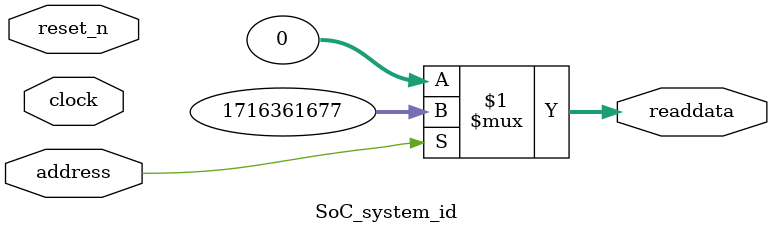
<source format=v>

`timescale 1ns / 1ps
// synthesis translate_on

// turn off superfluous verilog processor warnings 
// altera message_level Level1 
// altera message_off 10034 10035 10036 10037 10230 10240 10030 

module SoC_system_id (
               // inputs:
                address,
                clock,
                reset_n,

               // outputs:
                readdata
             )
;

  output  [ 31: 0] readdata;
  input            address;
  input            clock;
  input            reset_n;

  wire    [ 31: 0] readdata;
  //control_slave, which is an e_avalon_slave
  assign readdata = address ? 1716361677 : 0;

endmodule




</source>
